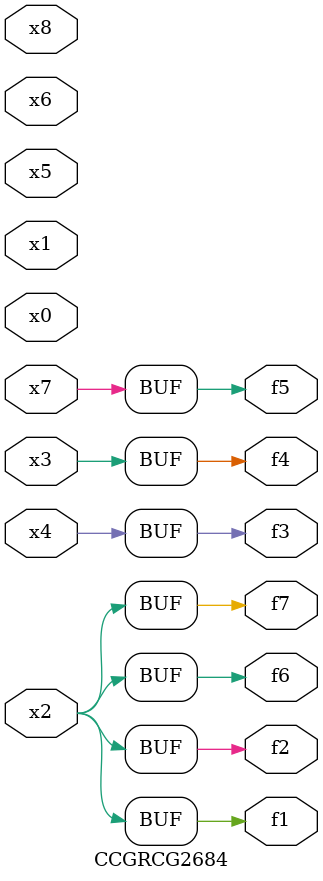
<source format=v>
module CCGRCG2684(
	input x0, x1, x2, x3, x4, x5, x6, x7, x8,
	output f1, f2, f3, f4, f5, f6, f7
);
	assign f1 = x2;
	assign f2 = x2;
	assign f3 = x4;
	assign f4 = x3;
	assign f5 = x7;
	assign f6 = x2;
	assign f7 = x2;
endmodule

</source>
